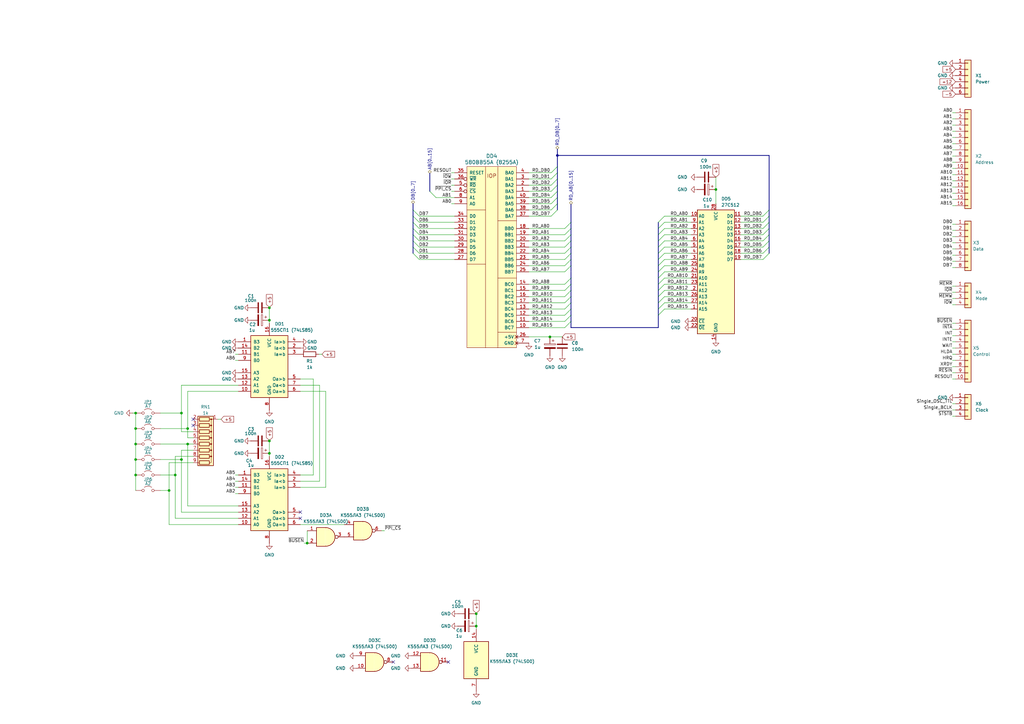
<source format=kicad_sch>
(kicad_sch (version 20231120) (generator "eeschema") (generator_version "8.0")
  (paper "A3")
  (title_block (title "Модуль ROM-диска") (date "2025-11-27") (company "R2AKT") (comment 1 "R2AKT.467359.001") (comment 2 "R2AKT"))
  (lib_symbols
    (symbol "74xx:74LS00" (pin_names (offset 1.016))
      (property "Reference" "U" (at 0 1.27 0))
      (property "Value" "74LS00" (at 0 -1.27 0))
      (symbol "74LS00_1_1"
        (pin input line (at -7.62 2.54 0) (length 3.81) (name "~") (number "1"))
        (pin input line (at -7.62 -2.54 0) (length 3.81) (name "~") (number "2"))
        (pin output inverted (at 7.62 0 180) (length 3.81) (name "~") (number "3"))
      )
      (symbol "74LS00_1_2"
        (pin input inverted (at -7.62 2.54 0) (length 4.318) (name "~") (number "1"))
        (pin input inverted (at -7.62 -2.54 0) (length 4.318) (name "~") (number "2"))
        (pin output line (at 7.62 0 180) (length 3.81) (name "~") (number "3"))
      )
      (symbol "74LS00_2_1"
        (pin input line (at -7.62 2.54 0) (length 3.81) (name "~") (number "4"))
        (pin input line (at -7.62 -2.54 0) (length 3.81) (name "~") (number "5"))
        (pin output inverted (at 7.62 0 180) (length 3.81) (name "~") (number "6"))
      )
      (symbol "74LS00_2_2"
        (pin input inverted (at -7.62 2.54 0) (length 4.318) (name "~") (number "4"))
        (pin input inverted (at -7.62 -2.54 0) (length 4.318) (name "~") (number "5"))
        (pin output line (at 7.62 0 180) (length 3.81) (name "~") (number "6"))
      )
      (symbol "74LS00_3_1"
        (pin input line (at -7.62 -2.54 0) (length 3.81) (name "~") (number "10"))
        (pin output inverted (at 7.62 0 180) (length 3.81) (name "~") (number "8"))
        (pin input line (at -7.62 2.54 0) (length 3.81) (name "~") (number "9"))
      )
      (symbol "74LS00_3_2"
        (pin input inverted (at -7.62 -2.54 0) (length 4.318) (name "~") (number "10"))
        (pin output line (at 7.62 0 180) (length 3.81) (name "~") (number "8"))
        (pin input inverted (at -7.62 2.54 0) (length 4.318) (name "~") (number "9"))
      )
      (symbol "74LS00_4_1"
        (pin output inverted (at 7.62 0 180) (length 3.81) (name "~") (number "11"))
        (pin input line (at -7.62 2.54 0) (length 3.81) (name "~") (number "12"))
        (pin input line (at -7.62 -2.54 0) (length 3.81) (name "~") (number "13"))
      )
      (symbol "74LS00_4_2"
        (pin output line (at 7.62 0 180) (length 3.81) (name "~") (number "11"))
        (pin input inverted (at -7.62 2.54 0) (length 4.318) (name "~") (number "12"))
        (pin input inverted (at -7.62 -2.54 0) (length 4.318) (name "~") (number "13"))
      )
      (symbol "74LS00_5_0"
        (pin power_in line (at 0 12.7 270) (length 5.08) (name "VCC") (number "14"))
        (pin power_in line (at 0 -12.7 90) (length 5.08) (name "GND") (number "7"))
      )
    )
    (symbol "74xx:74LS85" (pin_names (offset 1.016))
      (property "Reference" "U" (at -7.62 13.97 0))
      (property "Value" "74LS85" (at -7.62 -13.97 0))
      (symbol "74LS85_1_0"
        (pin input line (at -12.7 10.16 0) (length 5.08) (name "B3") (number "1"))
        (pin input line (at -12.7 -10.16 0) (length 5.08) (name "A0") (number "10"))
        (pin input line (at -12.7 5.08 0) (length 5.08) (name "B1") (number "11"))
        (pin input line (at -12.7 -7.62 0) (length 5.08) (name "A1") (number "12"))
        (pin input line (at -12.7 -5.08 0) (length 5.08) (name "A2") (number "13"))
        (pin input line (at -12.7 7.62 0) (length 5.08) (name "B2") (number "14"))
        (pin input line (at -12.7 -2.54 0) (length 5.08) (name "A3") (number "15"))
        (pin power_in line (at 0 17.78 270) (length 5.08) (name "VCC") (number "16"))
        (pin input line (at 12.7 7.62 180) (length 5.08) (name "Ia<b") (number "2"))
        (pin input line (at 12.7 5.08 180) (length 5.08) (name "Ia=b") (number "3"))
        (pin input line (at 12.7 10.16 180) (length 5.08) (name "Ia>b") (number "4"))
        (pin output line (at 12.7 -5.08 180) (length 5.08) (name "Oa>b") (number "5"))
        (pin output line (at 12.7 -10.16 180) (length 5.08) (name "Oa=b") (number "6"))
        (pin output line (at 12.7 -7.62 180) (length 5.08) (name "Oa<b") (number "7"))
        (pin power_in line (at 0 -17.78 90) (length 5.08) (name "GND") (number "8"))
        (pin input line (at -12.7 2.54 0) (length 5.08) (name "B0") (number "9"))
      )
    )
    (symbol "Connector_Generic:Conn_01x04" (pin_names (offset 1.016) hide)
      (property "Reference" "J" (at 0 5.08 0))
      (property "Value" "Conn_01x04" (at 0 -7.62 0))
      (symbol "Conn_01x04_1_1"
        (pin passive line (at -5.08 2.54 0) (length 3.81) (name "Pin_1") (number "1"))
        (pin passive line (at -5.08 0 0) (length 3.81) (name "Pin_2") (number "2"))
        (pin passive line (at -5.08 -2.54 0) (length 3.81) (name "Pin_3") (number "3"))
        (pin passive line (at -5.08 -5.08 0) (length 3.81) (name "Pin_4") (number "4"))
      )
    )
    (symbol "Connector_Generic:Conn_01x06" (pin_names (offset 1.016) hide)
      (property "Reference" "J" (at 0 7.62 0))
      (property "Value" "Conn_01x06" (at 0 -10.16 0))
      (symbol "Conn_01x06_1_1"
        (pin passive line (at -5.08 5.08 0) (length 3.81) (name "Pin_1") (number "1"))
        (pin passive line (at -5.08 2.54 0) (length 3.81) (name "Pin_2") (number "2"))
        (pin passive line (at -5.08 0 0) (length 3.81) (name "Pin_3") (number "3"))
        (pin passive line (at -5.08 -2.54 0) (length 3.81) (name "Pin_4") (number "4"))
        (pin passive line (at -5.08 -5.08 0) (length 3.81) (name "Pin_5") (number "5"))
        (pin passive line (at -5.08 -7.62 0) (length 3.81) (name "Pin_6") (number "6"))
      )
    )
    (symbol "Connector_Generic:Conn_01x08" (pin_names (offset 1.016) hide)
      (property "Reference" "J" (at 0 10.16 0))
      (property "Value" "Conn_01x08" (at 0 -12.7 0))
      (symbol "Conn_01x08_1_1"
        (pin passive line (at -5.08 7.62 0) (length 3.81) (name "Pin_1") (number "1"))
        (pin passive line (at -5.08 5.08 0) (length 3.81) (name "Pin_2") (number "2"))
        (pin passive line (at -5.08 2.54 0) (length 3.81) (name "Pin_3") (number "3"))
        (pin passive line (at -5.08 0 0) (length 3.81) (name "Pin_4") (number "4"))
        (pin passive line (at -5.08 -2.54 0) (length 3.81) (name "Pin_5") (number "5"))
        (pin passive line (at -5.08 -5.08 0) (length 3.81) (name "Pin_6") (number "6"))
        (pin passive line (at -5.08 -7.62 0) (length 3.81) (name "Pin_7") (number "7"))
        (pin passive line (at -5.08 -10.16 0) (length 3.81) (name "Pin_8") (number "8"))
      )
    )
    (symbol "Connector_Generic:Conn_01x10" (pin_names (offset 1.016) hide)
      (property "Reference" "J" (at 0 12.7 0))
      (property "Value" "Conn_01x10" (at 0 -15.24 0))
      (symbol "Conn_01x10_1_1"
        (pin passive line (at -5.08 10.16 0) (length 3.81) (name "Pin_1") (number "1"))
        (pin passive line (at -5.08 -12.7 0) (length 3.81) (name "Pin_10") (number "10"))
        (pin passive line (at -5.08 7.62 0) (length 3.81) (name "Pin_2") (number "2"))
        (pin passive line (at -5.08 5.08 0) (length 3.81) (name "Pin_3") (number "3"))
        (pin passive line (at -5.08 2.54 0) (length 3.81) (name "Pin_4") (number "4"))
        (pin passive line (at -5.08 0 0) (length 3.81) (name "Pin_5") (number "5"))
        (pin passive line (at -5.08 -2.54 0) (length 3.81) (name "Pin_6") (number "6"))
        (pin passive line (at -5.08 -5.08 0) (length 3.81) (name "Pin_7") (number "7"))
        (pin passive line (at -5.08 -7.62 0) (length 3.81) (name "Pin_8") (number "8"))
        (pin passive line (at -5.08 -10.16 0) (length 3.81) (name "Pin_9") (number "9"))
      )
    )
    (symbol "Connector_Generic:Conn_01x16" (pin_names (offset 1.016) hide)
      (property "Reference" "J" (at 0 20.32 0))
      (property "Value" "Conn_01x16" (at 0 -22.86 0))
      (symbol "Conn_01x16_1_1"
        (pin passive line (at -5.08 17.78 0) (length 3.81) (name "Pin_1") (number "1"))
        (pin passive line (at -5.08 -5.08 0) (length 3.81) (name "Pin_10") (number "10"))
        (pin passive line (at -5.08 -7.62 0) (length 3.81) (name "Pin_11") (number "11"))
        (pin passive line (at -5.08 -10.16 0) (length 3.81) (name "Pin_12") (number "12"))
        (pin passive line (at -5.08 -12.7 0) (length 3.81) (name "Pin_13") (number "13"))
        (pin passive line (at -5.08 -15.24 0) (length 3.81) (name "Pin_14") (number "14"))
        (pin passive line (at -5.08 -17.78 0) (length 3.81) (name "Pin_15") (number "15"))
        (pin passive line (at -5.08 -20.32 0) (length 3.81) (name "Pin_16") (number "16"))
        (pin passive line (at -5.08 15.24 0) (length 3.81) (name "Pin_2") (number "2"))
        (pin passive line (at -5.08 12.7 0) (length 3.81) (name "Pin_3") (number "3"))
        (pin passive line (at -5.08 10.16 0) (length 3.81) (name "Pin_4") (number "4"))
        (pin passive line (at -5.08 7.62 0) (length 3.81) (name "Pin_5") (number "5"))
        (pin passive line (at -5.08 5.08 0) (length 3.81) (name "Pin_6") (number "6"))
        (pin passive line (at -5.08 2.54 0) (length 3.81) (name "Pin_7") (number "7"))
        (pin passive line (at -5.08 0 0) (length 3.81) (name "Pin_8") (number "8"))
        (pin passive line (at -5.08 -2.54 0) (length 3.81) (name "Pin_9") (number "9"))
      )
    )
    (symbol "Device:C" (pin_numbers hide) (pin_names (offset 0.254))
      (property "Reference" "C" (at 0.635 2.54 0))
      (property "Value" "C" (at 0.635 -2.54 0))
      (symbol "C_1_1"
        (pin passive line (at 0 3.81 270) (length 2.794) (name "~") (number "1"))
        (pin passive line (at 0 -3.81 90) (length 2.794) (name "~") (number "2"))
      )
    )
    (symbol "Device:C_Polarized" (pin_numbers hide) (pin_names (offset 0.254))
      (property "Reference" "C" (at 0.635 2.54 0))
      (property "Value" "C_Polarized" (at 0.635 -2.54 0))
      (symbol "C_Polarized_1_1"
        (pin passive line (at 0 3.81 270) (length 2.794) (name "~") (number "1"))
        (pin passive line (at 0 -3.81 90) (length 2.794) (name "~") (number "2"))
      )
    )
    (symbol "Device:R" (pin_numbers hide) (pin_names (offset 0))
      (property "Reference" "R" (at 2.032 0 90))
      (property "Value" "R" (at 0 0 90))
      (symbol "R_1_1"
        (pin passive line (at 0 3.81 270) (length 1.27) (name "~") (number "1"))
        (pin passive line (at 0 -3.81 90) (length 1.27) (name "~") (number "2"))
      )
    )
    (symbol "Device:R_Network08" (pin_names (offset 0) hide)
      (property "Reference" "RN" (at -12.7 0 90))
      (property "Value" "R_Network08" (at 10.16 0 90))
      (symbol "R_Network08_1_1"
        (pin passive line (at -10.16 5.08 270) (length 2.54) (name "common") (number "1"))
        (pin passive line (at -10.16 -5.08 90) (length 1.27) (name "R1") (number "2"))
        (pin passive line (at -7.62 -5.08 90) (length 1.27) (name "R2") (number "3"))
        (pin passive line (at -5.08 -5.08 90) (length 1.27) (name "R3") (number "4"))
        (pin passive line (at -2.54 -5.08 90) (length 1.27) (name "R4") (number "5"))
        (pin passive line (at 0 -5.08 90) (length 1.27) (name "R5") (number "6"))
        (pin passive line (at 2.54 -5.08 90) (length 1.27) (name "R6") (number "7"))
        (pin passive line (at 5.08 -5.08 90) (length 1.27) (name "R7") (number "8"))
        (pin passive line (at 7.62 -5.08 90) (length 1.27) (name "R8") (number "9"))
      )
    )
    (symbol "Jumper:Jumper_2_Open" (pin_numbers hide) (pin_names (offset 0) hide) (exclude_from_sim yes)
      (property "Reference" "JP" (at 0 2.794 0))
      (property "Value" "Jumper_2_Open" (at 0 -2.286 0))
      (symbol "Jumper_2_Open_1_1"
        (pin passive line (at -5.08 0 0) (length 2.54) (name "A") (number "1"))
        (pin passive line (at 5.08 0 180) (length 2.54) (name "B") (number "2"))
      )
    )
    (symbol "Memory_EPROM:27C512"
      (property "Reference" "U" (at -7.62 26.67 0))
      (property "Value" "27C512" (at 2.54 -26.67 0))
      (symbol "27C512_1_1"
        (pin input line (at -10.16 -15.24 0) (length 2.54) (name "A15") (number "1"))
        (pin input line (at -10.16 22.86 0) (length 2.54) (name "A0") (number "10"))
        (pin tri_state line (at 10.16 22.86 180) (length 2.54) (name "D0") (number "11"))
        (pin tri_state line (at 10.16 20.32 180) (length 2.54) (name "D1") (number "12"))
        (pin tri_state line (at 10.16 17.78 180) (length 2.54) (name "D2") (number "13"))
        (pin power_in line (at 0 -27.94 90) (length 2.54) (name "GND") (number "14"))
        (pin tri_state line (at 10.16 15.24 180) (length 2.54) (name "D3") (number "15"))
        (pin tri_state line (at 10.16 12.7 180) (length 2.54) (name "D4") (number "16"))
        (pin tri_state line (at 10.16 10.16 180) (length 2.54) (name "D5") (number "17"))
        (pin tri_state line (at 10.16 7.62 180) (length 2.54) (name "D6") (number "18"))
        (pin tri_state line (at 10.16 5.08 180) (length 2.54) (name "D7") (number "19"))
        (pin input line (at -10.16 -7.62 0) (length 2.54) (name "A12") (number "2"))
        (pin input line (at -10.16 -20.32 0) (length 2.54) (name "~{CE}") (number "20"))
        (pin input line (at -10.16 -2.54 0) (length 2.54) (name "A10") (number "21"))
        (pin input line (at -10.16 -22.86 0) (length 2.54) (name "~{OE}") (number "22"))
        (pin input line (at -10.16 -5.08 0) (length 2.54) (name "A11") (number "23"))
        (pin input line (at -10.16 0 0) (length 2.54) (name "A9") (number "24"))
        (pin input line (at -10.16 2.54 0) (length 2.54) (name "A8") (number "25"))
        (pin input line (at -10.16 -10.16 0) (length 2.54) (name "A13") (number "26"))
        (pin input line (at -10.16 -12.7 0) (length 2.54) (name "A14") (number "27"))
        (pin power_in line (at 0 27.94 270) (length 2.54) (name "VCC") (number "28"))
        (pin input line (at -10.16 5.08 0) (length 2.54) (name "A7") (number "3"))
        (pin input line (at -10.16 7.62 0) (length 2.54) (name "A6") (number "4"))
        (pin input line (at -10.16 10.16 0) (length 2.54) (name "A5") (number "5"))
        (pin input line (at -10.16 12.7 0) (length 2.54) (name "A4") (number "6"))
        (pin input line (at -10.16 15.24 0) (length 2.54) (name "A3") (number "7"))
        (pin input line (at -10.16 17.78 0) (length 2.54) (name "A2") (number "8"))
        (pin input line (at -10.16 20.32 0) (length 2.54) (name "A1") (number "9"))
      )
    )
    (symbol "power:GND" (power) (pin_numbers hide) (pin_names (offset 0) hide)
      (property "Value" "GND" (at 0 -3.81 0))
      (symbol "GND_1_1"
        (pin power_in line (at 0 0 270) (length 0) (name "~") (number "1"))
      )
    )
    (symbol "К580-К1810-К1821:580ВВ55A" (pin_names (offset 1.016))
      (property "Reference" "DD" (at 0 37.846 0))
      (property "Value" "580ВВ55A (8255A)" (at 0 0 90))
      (symbol "580ВВ55A_0_0"
        (text "IOP" (at 0 31.75 0) (effects (font (size 1.524 1.524))))
      )
      (symbol "580ВВ55A_0_1"
        (pin bidirectional line (at 15.24 25.4 180) (length 5.08) (name "BA3") (number "1"))
        (pin bidirectional line (at 15.24 -30.48 180) (length 5.08) (name "BC7") (number "10"))
        (pin bidirectional line (at 15.24 -27.94 180) (length 5.08) (name "BC6") (number "11"))
        (pin bidirectional line (at 15.24 -25.4 180) (length 5.08) (name "BC5") (number "12"))
        (pin bidirectional line (at 15.24 -22.86 180) (length 5.08) (name "BC4") (number "13"))
        (pin bidirectional line (at 15.24 -12.7 180) (length 5.08) (name "BC0") (number "14"))
        (pin bidirectional line (at 15.24 -15.24 180) (length 5.08) (name "BC1") (number "15"))
        (pin bidirectional line (at 15.24 -17.78 180) (length 5.08) (name "BC2") (number "16"))
        (pin bidirectional line (at 15.24 -20.32 180) (length 5.08) (name "BC3") (number "17"))
        (pin bidirectional line (at 15.24 10.16 180) (length 5.08) (name "BB0") (number "18"))
        (pin bidirectional line (at 15.24 7.62 180) (length 5.08) (name "BB1") (number "19"))
        (pin bidirectional line (at 15.24 27.94 180) (length 5.08) (name "BA2") (number "2"))
        (pin bidirectional line (at 15.24 5.08 180) (length 5.08) (name "BB2") (number "20"))
        (pin bidirectional line (at 15.24 2.54 180) (length 5.08) (name "BB3") (number "21"))
        (pin bidirectional line (at 15.24 0 180) (length 5.08) (name "BB4") (number "22"))
        (pin bidirectional line (at 15.24 -2.54 180) (length 5.08) (name "BB5") (number "23"))
        (pin bidirectional line (at 15.24 -5.08 180) (length 5.08) (name "BB6") (number "24"))
        (pin bidirectional line (at 15.24 -7.62 180) (length 5.08) (name "BB7") (number "25"))
        (pin bidirectional line (at -15.24 -2.54 0) (length 5.08) (name "D7") (number "27"))
        (pin bidirectional line (at -15.24 0 0) (length 5.08) (name "D6") (number "28"))
        (pin bidirectional line (at -15.24 2.54 0) (length 5.08) (name "D5") (number "29"))
        (pin bidirectional line (at 15.24 30.48 180) (length 5.08) (name "BA1") (number "3"))
        (pin bidirectional line (at -15.24 5.08 0) (length 5.08) (name "D4") (number "30"))
        (pin bidirectional line (at -15.24 7.62 0) (length 5.08) (name "D3") (number "31"))
        (pin bidirectional line (at -15.24 10.16 0) (length 5.08) (name "D2") (number "32"))
        (pin bidirectional line (at -15.24 12.7 0) (length 5.08) (name "D1") (number "33"))
        (pin bidirectional line (at -15.24 15.24 0) (length 5.08) (name "D0") (number "34"))
        (pin input inverted (at -15.24 30.48 0) (length 5.08) (name "~{WR}") (number "36"))
        (pin bidirectional line (at 15.24 15.24 180) (length 5.08) (name "BA7") (number "37"))
        (pin bidirectional line (at 15.24 17.78 180) (length 5.08) (name "BA6") (number "38"))
        (pin bidirectional line (at 15.24 20.32 180) (length 5.08) (name "BA5") (number "39"))
        (pin bidirectional line (at 15.24 33.02 180) (length 5.08) (name "BA0") (number "4"))
        (pin bidirectional line (at 15.24 22.86 180) (length 5.08) (name "BA4") (number "40"))
        (pin input inverted (at -15.24 27.94 0) (length 5.08) (name "~{RD}") (number "5"))
        (pin input inverted (at -15.24 25.4 0) (length 5.08) (name "~{CS}") (number "6"))
      )
      (symbol "580ВВ55A_1_1"
        (pin power_in non_logic (at 15.24 -34.29 180) (length 5.08) (name "+5V") (number "26"))
        (pin input line (at -15.24 33.02 0) (length 5.08) (name "RESET") (number "35"))
        (pin power_in non_logic (at 15.24 -36.83 180) (length 5.08) (name "GND") (number "7"))
        (pin input line (at -15.24 22.86 0) (length 5.08) (name "A1") (number "8"))
        (pin input line (at -15.24 20.32 0) (length 5.08) (name "A0") (number "9"))
      )
    )
  )
  (junction (at 55.626 188.468))
  (junction (at 71.882 194.818))
  (junction (at 55.626 169.418))
  (junction (at 55.626 194.818))
  (junction (at 195.326 256.794))
  (junction (at 110.49 126.238))
  (junction (at 110.49 180.848))
  (junction (at 76.962 182.118))
  (junction (at 293.624 77.724))
  (junction (at 110.49 131.318))
  (junction (at 55.626 175.768))
  (junction (at 228.6 63.754))
  (junction (at 225.552 138.176))
  (junction (at 69.342 201.168))
  (junction (at 74.422 188.468))
  (junction (at 55.626 182.118))
  (junction (at 110.49 185.928))
  (junction (at 74.422 169.418))
  (junction (at 125.984 222.758))
  (junction (at 76.962 175.768))
  (junction (at 195.326 251.714))
  (no_connect (at 79.248 171.958))
  (no_connect (at 123.19 210.058))
  (no_connect (at 123.19 212.598))
  (no_connect (at 183.896 271.526))
  (no_connect (at 161.29 271.526))
  (no_connect (at 79.248 174.498))
  (bus_entry (at 270.002 106.426) (size 2.54 -2.54))
  (bus_entry (at 270.002 101.346) (size 2.54 -2.54))
  (bus_entry (at 315.468 91.186) (size -2.54 2.54))
  (bus_entry (at 234.188 121.666) (size -2.54 2.54))
  (bus_entry (at 169.418 101.346) (size 2.54 2.54))
  (bus_entry (at 234.188 114.046) (size -2.54 2.54))
  (bus_entry (at 270.002 129.286) (size 2.54 -2.54))
  (bus_entry (at 270.002 119.126) (size 2.54 -2.54))
  (bus_entry (at 315.468 101.346) (size -2.54 2.54))
  (bus_entry (at 169.418 98.806) (size 2.54 2.54))
  (bus_entry (at 228.6 70.866) (size -2.54 2.54))
  (bus_entry (at 234.188 96.266) (size -2.54 2.54))
  (bus_entry (at 234.188 98.806) (size -2.54 2.54))
  (bus_entry (at 315.468 96.266) (size -2.54 2.54))
  (bus_entry (at 315.468 98.806) (size -2.54 2.54))
  (bus_entry (at 234.188 101.346) (size -2.54 2.54))
  (bus_entry (at 270.002 111.506) (size 2.54 -2.54))
  (bus_entry (at 234.188 124.206) (size -2.54 2.54))
  (bus_entry (at 234.188 106.426) (size -2.54 2.54))
  (bus_entry (at 234.188 91.186) (size -2.54 2.54))
  (bus_entry (at 270.002 108.966) (size 2.54 -2.54))
  (bus_entry (at 228.6 83.566) (size -2.54 2.54))
  (bus_entry (at 270.002 91.186) (size 2.54 -2.54))
  (bus_entry (at 169.418 86.106) (size 2.54 2.54))
  (bus_entry (at 234.188 93.726) (size -2.54 2.54))
  (bus_entry (at 315.468 93.726) (size -2.54 2.54))
  (bus_entry (at 234.188 126.746) (size -2.54 2.54))
  (bus_entry (at 228.6 68.326) (size -2.54 2.54))
  (bus_entry (at 234.188 116.586) (size -2.54 2.54))
  (bus_entry (at 234.188 131.826) (size -2.54 2.54))
  (bus_entry (at 270.002 116.586) (size 2.54 -2.54))
  (bus_entry (at 315.468 86.106) (size -2.54 2.54))
  (bus_entry (at 234.188 103.886) (size -2.54 2.54))
  (bus_entry (at 176.276 78.486) (size 2.54 2.54))
  (bus_entry (at 228.6 86.106) (size -2.54 2.54))
  (bus_entry (at 270.002 126.746) (size 2.54 -2.54))
  (bus_entry (at 270.002 93.726) (size 2.54 -2.54))
  (bus_entry (at 270.002 103.886) (size 2.54 -2.54))
  (bus_entry (at 234.188 129.286) (size -2.54 2.54))
  (bus_entry (at 169.418 91.186) (size 2.54 2.54))
  (bus_entry (at 270.002 121.666) (size 2.54 -2.54))
  (bus_entry (at 228.6 81.026) (size -2.54 2.54))
  (bus_entry (at 270.002 114.046) (size 2.54 -2.54))
  (bus_entry (at 270.002 124.206) (size 2.54 -2.54))
  (bus_entry (at 228.6 75.946) (size -2.54 2.54))
  (bus_entry (at 315.468 103.886) (size -2.54 2.54))
  (bus_entry (at 315.468 88.646) (size -2.54 2.54))
  (bus_entry (at 228.6 73.406) (size -2.54 2.54))
  (bus_entry (at 169.418 96.266) (size 2.54 2.54))
  (bus_entry (at 169.418 88.646) (size 2.54 2.54))
  (bus_entry (at 270.002 98.806) (size 2.54 -2.54))
  (bus_entry (at 234.188 108.966) (size -2.54 2.54))
  (bus_entry (at 270.002 96.266) (size 2.54 -2.54))
  (bus_entry (at 234.188 119.126) (size -2.54 2.54))
  (bus_entry (at 169.418 103.886) (size 2.54 2.54))
  (bus_entry (at 169.418 93.726) (size 2.54 2.54))
  (bus_entry (at 228.6 78.486) (size -2.54 2.54))
  (wire (pts (xy 96.52 202.438) (xy 97.79 202.438)))
  (wire (pts (xy 283.464 103.886) (xy 272.542 103.886)))
  (bus (pts (xy 234.188 119.126) (xy 234.188 121.666)))
  (bus (pts (xy 234.188 131.826) (xy 234.188 129.286)))
  (wire (pts (xy 391.922 122.428) (xy 390.652 122.428)))
  (wire (pts (xy 283.464 119.126) (xy 272.542 119.126)))
  (bus (pts (xy 234.188 126.746) (xy 234.188 124.206)))
  (wire (pts (xy 216.916 83.566) (xy 226.06 83.566)))
  (bus (pts (xy 270.002 103.886) (xy 270.002 106.426)))
  (wire (pts (xy 391.922 51.308) (xy 390.652 51.308)))
  (wire (pts (xy 390.652 165.608) (xy 391.922 165.608)))
  (wire (pts (xy 391.922 84.328) (xy 390.652 84.328)))
  (bus (pts (xy 228.6 78.486) (xy 228.6 81.026)))
  (bus (pts (xy 228.6 68.326) (xy 228.6 70.866)))
  (wire (pts (xy 391.922 99.568) (xy 390.652 99.568)))
  (bus (pts (xy 169.418 88.646) (xy 169.418 91.186)))
  (wire (pts (xy 216.916 131.826) (xy 231.648 131.826)))
  (wire (pts (xy 55.626 182.118) (xy 55.626 188.468)))
  (wire (pts (xy 171.958 91.186) (xy 186.436 91.186)))
  (wire (pts (xy 74.422 177.038) (xy 79.248 177.038)))
  (bus (pts (xy 169.418 93.726) (xy 169.418 96.266)))
  (wire (pts (xy 131.064 157.988) (xy 131.064 197.358)))
  (wire (pts (xy 76.962 179.578) (xy 79.248 179.578)))
  (wire (pts (xy 74.422 210.058) (xy 97.79 210.058)))
  (wire (pts (xy 55.626 169.418) (xy 55.626 175.768)))
  (bus (pts (xy 270.002 134.366) (xy 234.188 134.366)))
  (wire (pts (xy 216.916 96.266) (xy 231.648 96.266)))
  (wire (pts (xy 391.922 152.908) (xy 390.652 152.908)))
  (wire (pts (xy 65.786 169.418) (xy 74.422 169.418)))
  (wire (pts (xy 110.49 185.928) (xy 110.49 180.848)))
  (bus (pts (xy 315.468 86.106) (xy 315.468 88.646)))
  (bus (pts (xy 228.6 61.214) (xy 228.6 63.754)))
  (wire (pts (xy 391.922 135.128) (xy 390.652 135.128)))
  (wire (pts (xy 216.916 70.866) (xy 226.06 70.866)))
  (wire (pts (xy 74.422 157.988) (xy 74.422 169.418)))
  (wire (pts (xy 303.784 103.886) (xy 312.928 103.886)))
  (wire (pts (xy 132.08 145.288) (xy 130.81 145.288)))
  (wire (pts (xy 76.962 207.518) (xy 97.79 207.518)))
  (bus (pts (xy 234.188 131.826) (xy 234.188 134.366)))
  (wire (pts (xy 303.784 106.426) (xy 312.928 106.426)))
  (bus (pts (xy 315.468 101.346) (xy 315.468 103.886)))
  (wire (pts (xy 303.784 93.726) (xy 312.928 93.726)))
  (wire (pts (xy 74.422 184.658) (xy 79.248 184.658)))
  (wire (pts (xy 216.916 108.966) (xy 231.648 108.966)))
  (wire (pts (xy 293.624 77.724) (xy 293.624 83.566)))
  (wire (pts (xy 216.916 73.406) (xy 226.06 73.406)))
  (wire (pts (xy 65.786 201.168) (xy 69.342 201.168)))
  (wire (pts (xy 293.624 77.724) (xy 293.624 72.644)))
  (bus (pts (xy 169.418 86.106) (xy 169.418 88.646)))
  (wire (pts (xy 128.524 194.818) (xy 123.19 194.818)))
  (wire (pts (xy 74.422 169.418) (xy 74.422 177.038)))
  (bus (pts (xy 315.468 98.806) (xy 315.468 101.346)))
  (wire (pts (xy 185.166 78.486) (xy 186.436 78.486)))
  (wire (pts (xy 131.064 197.358) (xy 123.19 197.358)))
  (wire (pts (xy 391.922 119.888) (xy 390.652 119.888)))
  (wire (pts (xy 65.786 175.768) (xy 76.962 175.768)))
  (wire (pts (xy 216.916 124.206) (xy 231.648 124.206)))
  (wire (pts (xy 123.19 155.448) (xy 128.524 155.448)))
  (wire (pts (xy 216.916 81.026) (xy 226.06 81.026)))
  (wire (pts (xy 69.342 189.738) (xy 79.248 189.738)))
  (bus (pts (xy 270.002 111.506) (xy 270.002 114.046)))
  (wire (pts (xy 303.784 101.346) (xy 312.928 101.346)))
  (bus (pts (xy 228.6 63.754) (xy 315.468 63.754)))
  (wire (pts (xy 76.962 160.528) (xy 97.79 160.528)))
  (wire (pts (xy 283.464 114.046) (xy 272.542 114.046)))
  (wire (pts (xy 216.916 86.106) (xy 226.06 86.106)))
  (wire (pts (xy 65.786 182.118) (xy 76.962 182.118)))
  (bus (pts (xy 169.418 91.186) (xy 169.418 93.726)))
  (wire (pts (xy 71.882 187.198) (xy 71.882 194.818)))
  (bus (pts (xy 228.6 73.406) (xy 228.6 75.946)))
  (bus (pts (xy 234.188 98.806) (xy 234.188 96.266)))
  (wire (pts (xy 125.984 222.758) (xy 124.714 222.758)))
  (wire (pts (xy 391.922 107.188) (xy 390.652 107.188)))
  (wire (pts (xy 76.962 182.118) (xy 79.248 182.118)))
  (wire (pts (xy 391.922 69.088) (xy 390.652 69.088)))
  (bus (pts (xy 270.002 98.806) (xy 270.002 101.346)))
  (bus (pts (xy 270.002 124.206) (xy 270.002 126.746)))
  (wire (pts (xy 65.786 194.818) (xy 71.882 194.818)))
  (wire (pts (xy 391.922 124.968) (xy 390.652 124.968)))
  (bus (pts (xy 270.002 126.746) (xy 270.002 129.286)))
  (wire (pts (xy 391.922 104.648) (xy 390.652 104.648)))
  (wire (pts (xy 283.464 126.746) (xy 272.542 126.746)))
  (bus (pts (xy 270.002 129.286) (xy 270.002 134.366)))
  (wire (pts (xy 303.784 91.186) (xy 312.928 91.186)))
  (wire (pts (xy 71.882 187.198) (xy 79.248 187.198)))
  (bus (pts (xy 270.002 96.266) (xy 270.002 98.806)))
  (wire (pts (xy 128.524 155.448) (xy 128.524 194.818)))
  (wire (pts (xy 390.652 147.828) (xy 391.922 147.828)))
  (wire (pts (xy 110.49 125.984) (xy 110.49 126.238)))
  (wire (pts (xy 74.422 184.658) (xy 74.422 188.468)))
  (wire (pts (xy 96.52 147.828) (xy 97.79 147.828)))
  (wire (pts (xy 76.962 182.118) (xy 76.962 207.518)))
  (bus (pts (xy 234.188 111.252) (xy 234.188 108.966)))
  (bus (pts (xy 234.188 101.346) (xy 234.188 98.806)))
  (wire (pts (xy 216.916 129.286) (xy 231.648 129.286)))
  (wire (pts (xy 110.49 131.318) (xy 110.49 132.588)))
  (wire (pts (xy 54.356 169.418) (xy 55.626 169.418)))
  (wire (pts (xy 283.464 98.806) (xy 272.542 98.806)))
  (bus (pts (xy 270.002 114.046) (xy 270.002 116.586)))
  (bus (pts (xy 315.468 88.646) (xy 315.468 91.186)))
  (wire (pts (xy 391.922 64.008) (xy 390.652 64.008)))
  (wire (pts (xy 195.326 256.794) (xy 195.326 251.714)))
  (wire (pts (xy 171.958 103.886) (xy 186.436 103.886)))
  (bus (pts (xy 234.188 116.586) (xy 234.188 114.046)))
  (wire (pts (xy 185.166 75.946) (xy 186.436 75.946)))
  (wire (pts (xy 195.326 251.46) (xy 195.326 251.714)))
  (wire (pts (xy 391.922 109.728) (xy 390.652 109.728)))
  (wire (pts (xy 391.922 102.108) (xy 390.652 102.108)))
  (wire (pts (xy 171.958 98.806) (xy 186.436 98.806)))
  (bus (pts (xy 270.002 106.426) (xy 270.002 108.966)))
  (wire (pts (xy 110.49 180.594) (xy 110.49 180.848)))
  (wire (pts (xy 216.916 119.126) (xy 231.648 119.126)))
  (wire (pts (xy 391.922 91.948) (xy 390.652 91.948)))
  (wire (pts (xy 96.52 145.288) (xy 97.79 145.288)))
  (wire (pts (xy 110.49 185.928) (xy 110.49 187.198)))
  (wire (pts (xy 283.464 124.206) (xy 272.542 124.206)))
  (wire (pts (xy 390.652 142.748) (xy 391.922 142.748)))
  (wire (pts (xy 76.962 175.768) (xy 76.962 160.528)))
  (wire (pts (xy 195.326 256.794) (xy 195.326 258.064)))
  (wire (pts (xy 391.922 81.788) (xy 390.652 81.788)))
  (wire (pts (xy 283.464 111.506) (xy 272.542 111.506)))
  (wire (pts (xy 216.916 78.486) (xy 226.06 78.486)))
  (wire (pts (xy 97.79 157.988) (xy 74.422 157.988)))
  (bus (pts (xy 228.6 63.754) (xy 228.6 68.326)))
  (wire (pts (xy 390.652 150.368) (xy 391.922 150.368)))
  (wire (pts (xy 283.464 93.726) (xy 272.542 93.726)))
  (wire (pts (xy 303.784 88.646) (xy 312.928 88.646)))
  (bus (pts (xy 228.6 83.566) (xy 228.6 86.106)))
  (wire (pts (xy 216.916 75.946) (xy 226.06 75.946)))
  (wire (pts (xy 391.922 53.848) (xy 390.652 53.848)))
  (wire (pts (xy 74.422 188.468) (xy 74.422 210.058)))
  (wire (pts (xy 391.922 97.028) (xy 390.652 97.028)))
  (wire (pts (xy 216.916 103.886) (xy 231.648 103.886)))
  (wire (pts (xy 110.49 131.318) (xy 110.49 126.238)))
  (wire (pts (xy 71.882 194.818) (xy 71.882 212.598)))
  (wire (pts (xy 185.166 70.866) (xy 186.436 70.866)))
  (bus (pts (xy 270.002 103.886) (xy 270.002 101.346)))
  (wire (pts (xy 125.984 217.678) (xy 125.984 222.758)))
  (bus (pts (xy 315.468 93.726) (xy 315.468 96.266)))
  (wire (pts (xy 283.464 116.586) (xy 272.542 116.586)))
  (wire (pts (xy 303.784 98.806) (xy 312.928 98.806)))
  (wire (pts (xy 65.786 188.468) (xy 74.422 188.468)))
  (wire (pts (xy 185.166 83.566) (xy 186.436 83.566)))
  (bus (pts (xy 234.188 103.886) (xy 234.188 101.346)))
  (bus (pts (xy 234.188 93.726) (xy 234.188 91.186)))
  (wire (pts (xy 225.552 138.176) (xy 230.632 138.176)))
  (bus (pts (xy 270.002 91.186) (xy 270.002 93.726)))
  (bus (pts (xy 315.468 63.754) (xy 315.468 86.106)))
  (wire (pts (xy 391.922 48.768) (xy 390.652 48.768)))
  (wire (pts (xy 391.922 79.248) (xy 390.652 79.248)))
  (wire (pts (xy 216.916 126.746) (xy 231.648 126.746)))
  (bus (pts (xy 234.188 129.286) (xy 234.188 126.746)))
  (bus (pts (xy 270.002 93.726) (xy 270.002 96.266)))
  (wire (pts (xy 391.922 76.708) (xy 390.652 76.708)))
  (bus (pts (xy 270.002 116.586) (xy 270.002 119.126)))
  (wire (pts (xy 216.916 111.506) (xy 231.648 111.506)))
  (wire (pts (xy 76.962 179.578) (xy 76.962 175.768)))
  (wire (pts (xy 391.922 74.168) (xy 390.652 74.168)))
  (wire (pts (xy 89.408 171.958) (xy 90.678 171.958)))
  (wire (pts (xy 391.922 140.208) (xy 390.652 140.208)))
  (wire (pts (xy 141.224 215.138) (xy 123.19 215.138)))
  (wire (pts (xy 96.52 199.898) (xy 97.79 199.898)))
  (wire (pts (xy 69.342 201.168) (xy 69.342 215.138)))
  (wire (pts (xy 216.916 116.586) (xy 231.648 116.586)))
  (wire (pts (xy 225.552 138.176) (xy 216.916 138.176)))
  (bus (pts (xy 234.188 111.506) (xy 234.188 114.046)))
  (wire (pts (xy 157.734 217.678) (xy 156.464 217.678)))
  (wire (pts (xy 390.652 132.588) (xy 391.922 132.588)))
  (bus (pts (xy 234.188 96.266) (xy 234.188 93.726)))
  (wire (pts (xy 391.922 71.628) (xy 390.652 71.628)))
  (wire (pts (xy 171.958 93.726) (xy 186.436 93.726)))
  (wire (pts (xy 216.916 98.806) (xy 231.648 98.806)))
  (wire (pts (xy 69.342 189.738) (xy 69.342 201.168)))
  (bus (pts (xy 169.418 96.266) (xy 169.418 98.806)))
  (wire (pts (xy 283.464 96.266) (xy 272.542 96.266)))
  (bus (pts (xy 270.002 121.666) (xy 270.002 124.206)))
  (wire (pts (xy 216.916 106.426) (xy 231.648 106.426)))
  (wire (pts (xy 391.922 66.548) (xy 390.652 66.548)))
  (wire (pts (xy 133.604 199.898) (xy 123.19 199.898)))
  (wire (pts (xy 69.342 215.138) (xy 97.79 215.138)))
  (bus (pts (xy 234.188 124.206) (xy 234.188 121.666)))
  (wire (pts (xy 391.922 168.148) (xy 390.652 168.148)))
  (wire (pts (xy 391.922 117.348) (xy 390.652 117.348)))
  (wire (pts (xy 391.922 56.388) (xy 390.652 56.388)))
  (wire (pts (xy 96.52 197.358) (xy 97.79 197.358)))
  (wire (pts (xy 178.816 81.026) (xy 186.436 81.026)))
  (bus (pts (xy 169.418 83.566) (xy 169.418 86.106)))
  (bus (pts (xy 315.468 96.266) (xy 315.468 98.806)))
  (wire (pts (xy 283.464 121.666) (xy 272.542 121.666)))
  (wire (pts (xy 171.958 88.646) (xy 186.436 88.646)))
  (wire (pts (xy 55.626 194.818) (xy 55.626 201.168)))
  (wire (pts (xy 171.958 106.426) (xy 186.436 106.426)))
  (wire (pts (xy 283.464 101.346) (xy 272.542 101.346)))
  (wire (pts (xy 171.958 101.346) (xy 186.436 101.346)))
  (wire (pts (xy 123.19 157.988) (xy 131.064 157.988)))
  (bus (pts (xy 169.418 101.346) (xy 169.418 103.886)))
  (wire (pts (xy 391.922 155.448) (xy 390.652 155.448)))
  (wire (pts (xy 391.922 58.928) (xy 390.652 58.928)))
  (bus (pts (xy 228.6 81.026) (xy 228.6 83.566)))
  (wire (pts (xy 283.464 91.186) (xy 272.542 91.186)))
  (wire (pts (xy 216.916 101.346) (xy 231.648 101.346)))
  (wire (pts (xy 123.19 160.528) (xy 133.604 160.528)))
  (wire (pts (xy 185.166 73.406) (xy 186.436 73.406)))
  (wire (pts (xy 303.784 96.266) (xy 312.928 96.266)))
  (bus (pts (xy 228.6 70.866) (xy 228.6 73.406)))
  (bus (pts (xy 234.188 106.426) (xy 234.188 103.886)))
  (wire (pts (xy 283.464 106.426) (xy 272.542 106.426)))
  (wire (pts (xy 390.652 145.288) (xy 391.922 145.288)))
  (wire (pts (xy 391.922 46.228) (xy 390.652 46.228)))
  (wire (pts (xy 216.916 93.726) (xy 231.648 93.726)))
  (wire (pts (xy 171.958 96.266) (xy 186.436 96.266)))
  (bus (pts (xy 169.418 98.806) (xy 169.418 101.346)))
  (wire (pts (xy 216.916 121.666) (xy 231.648 121.666)))
  (wire (pts (xy 391.922 61.468) (xy 390.652 61.468)))
  (bus (pts (xy 176.276 71.12) (xy 176.276 78.486)))
  (wire (pts (xy 391.922 170.688) (xy 390.652 170.688)))
  (wire (pts (xy 71.882 212.598) (xy 97.79 212.598)))
  (wire (pts (xy 283.464 88.646) (xy 272.542 88.646)))
  (wire (pts (xy 283.464 108.966) (xy 272.542 108.966)))
  (bus (pts (xy 234.188 119.126) (xy 234.188 116.586)))
  (bus (pts (xy 234.188 83.82) (xy 234.188 91.186)))
  (bus (pts (xy 270.002 119.126) (xy 270.002 121.666)))
  (wire (pts (xy 391.922 137.668) (xy 390.652 137.668)))
  (wire (pts (xy 96.52 194.818) (xy 97.79 194.818)))
  (wire (pts (xy 391.922 94.488) (xy 390.652 94.488)))
  (wire (pts (xy 216.916 88.646) (xy 226.06 88.646)))
  (bus (pts (xy 234.188 108.966) (xy 234.188 106.426)))
  (bus (pts (xy 228.6 75.946) (xy 228.6 78.486)))
  (wire (pts (xy 55.626 175.768) (xy 55.626 182.118)))
  (bus (pts (xy 270.002 111.506) (xy 270.002 108.966)))
  (bus (pts (xy 315.468 91.186) (xy 315.468 93.726)))
  (wire (pts (xy 55.626 188.468) (xy 55.626 194.818)))
  (wire (pts (xy 216.916 134.366) (xy 231.648 134.366)))
  (wire (pts (xy 133.604 160.528) (xy 133.604 199.898)))
  (label "RD_AB9" (at 282.194 111.506 180))
  (label "DB6" (at 175.768 91.186 180))
  (label "DB5" (at 390.652 104.648 180))
  (label "DB0" (at 390.652 91.948 180))
  (label "RD_AB8" (at 282.194 108.966 180))
  (label "RD_AB11" (at 218.186 124.206 0))
  (label "RESOUT" (at 185.166 70.866 180))
  (label "AB2" (at 390.652 51.308 180))
  (label "~{MEMR}" (at 390.652 117.348 180))
  (label "DB5" (at 175.768 93.726 180))
  (label "~{BUSEN}" (at 390.652 132.588 180))
  (label "AB2" (at 96.52 202.438 180))
  (label "RESOUT" (at 390.652 155.448 180))
  (label "DB0" (at 175.768 106.426 180))
  (label "~{STSTB}" (at 390.652 170.688 180))
  (label "RD_AB15" (at 218.186 134.366 0))
  (label "XRDY" (at 390.652 150.368 180))
  (label "~{BUSEN}" (at 124.714 222.758 180))
  (label "HRQ" (at 390.652 147.828 180))
  (label "AB6" (at 96.52 147.828 180))
  (label "AB0" (at 185.166 83.566 180))
  (label "RD_DB2" (at 218.186 75.946 0))
  (label "RD_AB13" (at 282.194 121.666 180))
  (label "RD_DB0" (at 305.054 88.646 0))
  (label "AB5" (at 390.652 58.928 180))
  (label "RD_AB8" (at 218.186 116.586 0))
  (label "AB7" (at 390.652 64.008 180))
  (label "RD_AB1" (at 282.194 91.186 180))
  (label "~{PPI_CS}" (at 157.734 217.678 0))
  (label "RD_DB5" (at 305.054 101.346 0))
  (label "~{INTA}" (at 390.652 135.128 180))
  (label "DB6" (at 390.652 107.188 180))
  (label "~{IOW}" (at 185.166 73.406 180))
  (label "RD_AB4" (at 282.194 98.806 180))
  (label "RD_AB11" (at 282.194 116.586 180))
  (label "RD_DB2" (at 305.054 93.726 0))
  (label "AB14" (at 390.652 81.788 180))
  (label "AB1" (at 390.652 48.768 180))
  (label "RD_AB13" (at 218.186 129.286 0))
  (label "Single_OSC_TTL" (at 390.652 165.608 180))
  (label "~{RESIN}" (at 390.652 152.908 180))
  (label "RD_AB7" (at 218.186 111.506 0))
  (label "RD_AB15" (at 282.194 126.746 180))
  (label "AB4" (at 96.52 197.358 180))
  (label "DB4" (at 390.652 102.108 180))
  (label "RD_AB10" (at 218.186 121.666 0))
  (label "AB8" (at 390.652 66.548 180))
  (label "RD_DB7" (at 218.186 88.646 0))
  (label "INT" (at 390.652 137.668 180))
  (label "DB3" (at 390.652 99.568 180))
  (label "AB1" (at 185.166 81.026 180))
  (label "DB1" (at 390.652 94.488 180))
  (label "RD_DB6" (at 305.054 103.886 0))
  (label "RD_DB6" (at 218.186 86.106 0))
  (label "RD_AB9" (at 218.186 119.126 0))
  (label "RD_DB0" (at 218.186 70.866 0))
  (label "RD_AB3" (at 218.186 101.346 0))
  (label "AB15" (at 390.652 84.328 180))
  (label "RD_AB12" (at 282.194 119.126 180))
  (label "Single_BCLK" (at 390.652 168.148 180))
  (label "RD_AB2" (at 218.186 98.806 0))
  (label "RD_DB4" (at 218.186 81.026 0))
  (label "RD_AB6" (at 282.194 103.886 180))
  (label "HLDA" (at 390.652 145.288 180))
  (label "RD_DB5" (at 218.186 83.566 0))
  (label "WAIT" (at 390.652 142.748 180))
  (label "~{IOR}" (at 390.652 119.888 180))
  (label "AB9" (at 390.652 69.088 180))
  (label "RD_DB3" (at 218.186 78.486 0))
  (label "RD_AB1" (at 218.186 96.266 0))
  (label "RD_DB4" (at 305.054 98.806 0))
  (label "DB2" (at 175.768 101.346 180))
  (label "DB7" (at 390.652 109.728 180))
  (label "DB4" (at 175.768 96.266 180))
  (label "~{MEMW}" (at 390.652 122.428 180))
  (label "AB11" (at 390.652 74.168 180))
  (label "RD_AB5" (at 218.186 106.426 0))
  (label "AB10" (at 390.652 71.628 180))
  (label "RD_AB3" (at 282.194 96.266 180))
  (label "AB3" (at 390.652 53.848 180))
  (label "AB12" (at 390.652 76.708 180))
  (label "DB7" (at 175.768 88.646 180))
  (label "RD_AB4" (at 218.186 103.886 0))
  (label "RD_AB0" (at 282.194 88.646 180))
  (label "RD_AB5" (at 282.194 101.346 180))
  (label "AB5" (at 96.52 194.818 180))
  (label "RD_AB6" (at 218.186 108.966 0))
  (label "~{IOW}" (at 390.652 124.968 180))
  (label "RD_AB0" (at 218.186 93.726 0))
  (label "RD_AB14" (at 218.186 131.826 0))
  (label "RD_AB10" (at 282.194 114.046 180))
  (label "INTE" (at 390.652 140.208 180))
  (label "RD_AB2" (at 282.194 93.726 180))
  (label "AB7" (at 96.52 145.288 180))
  (label "AB13" (at 390.652 79.248 180))
  (label "RD_AB7" (at 282.194 106.426 180))
  (label "DB2" (at 390.652 97.028 180))
  (label "AB3" (at 96.52 199.898 180))
  (label "RD_DB1" (at 305.054 91.186 0))
  (label "DB3" (at 175.768 98.806 180))
  (label "RD_DB1" (at 218.186 73.406 0))
  (label "DB1" (at 175.768 103.886 180))
  (label "RD_AB14" (at 282.194 124.206 180))
  (label "AB6" (at 390.652 61.468 180))
  (label "RD_AB12" (at 218.186 126.746 0))
  (label "AB0" (at 390.652 46.228 180))
  (label "~{IOR}" (at 185.166 75.946 180))
  (label "AB4" (at 390.652 56.388 180))
  (label "RD_DB7" (at 305.054 106.426 0))
  (label "RD_DB3" (at 305.054 96.266 0))
  (label "~{PPI_CS}" (at 185.166 78.486 180))
  (global_label "+5" (shape input) (at 195.326 251.46 90) (property "Intersheetrefs" "${INTERSHEET_REFS}" (effects (hide yes))))
  (global_label "+5" (shape input) (at 230.632 138.176 0) (property "Intersheetrefs" "${INTERSHEET_REFS}" (effects (hide yes))))
  (global_label "+5" (shape input) (at 391.922 28.448 180) (property "Intersheetrefs" "${INTERSHEET_REFS}" (effects (hide yes))))
  (global_label "+5" (shape input) (at 132.08 145.288 0) (property "Intersheetrefs" "${INTERSHEET_REFS}" (effects (hide yes))))
  (global_label "+12" (shape input) (at 391.922 33.528 180) (property "Intersheetrefs" "${INTERSHEET_REFS}" (effects (hide yes))))
  (global_label "+5" (shape input) (at 110.49 125.984 90) (property "Intersheetrefs" "${INTERSHEET_REFS}" (effects (hide yes))))
  (global_label "+5" (shape input) (at 90.678 171.958 0) (property "Intersheetrefs" "${INTERSHEET_REFS}" (effects (hide yes))))
  (global_label "-5" (shape input) (at 391.922 38.608 180) (property "Intersheetrefs" "${INTERSHEET_REFS}" (effects (hide yes))))
  (global_label "+5" (shape input) (at 110.49 180.594 90) (property "Intersheetrefs" "${INTERSHEET_REFS}" (effects (hide yes))))
  (global_label "+5" (shape input) (at 293.624 72.644 90) (property "Intersheetrefs" "${INTERSHEET_REFS}" (effects (hide yes))))
  (hierarchical_label "RD_AB[0..15]" (shape tri_state) (at 234.188 83.82 90))
  (hierarchical_label "DB[0..7]" (shape tri_state) (at 169.418 83.566 90))
  (hierarchical_label "AB[0..15]" (shape tri_state) (at 176.276 71.12 90))
  (hierarchical_label "RD_DB[0..7]" (shape tri_state) (at 228.6 61.214 90))
  (symbol (lib_id "power:GND") (at 283.464 134.366 270) (mirror x) (unit 1)
    (property "Reference" "#PWR25" (effects (hide yes)))
    (property "Value" "GND" (at 279.146 134.3659 90) (effects (justify right)))
    (property "Description" "Power symbol creates a global label with name \"GND\" , ground" (effects (hide yes)))
  )
  (symbol (lib_id "power:GND") (at 168.656 268.986 270) (mirror x) (unit 1)
    (property "Reference" "#PWR16" (effects (hide yes)))
    (property "Value" "GND" (at 164.338 268.9859 90) (effects (justify right)))
    (property "Description" "Power symbol creates a global label with name \"GND\" , ground" (effects (hide yes)))
  )
  (symbol (lib_id "power:GND") (at 123.19 140.208 90) (unit 1)
    (property "Reference" "#PWR12" (effects (hide yes)))
    (property "Value" "GND" (at 128.016 140.208 90))
    (property "Description" "Power symbol creates a global label with name \"GND\" , ground" (effects (hide yes)))
  )
  (symbol (lib_id "74xx:74LS00") (at 153.67 271.526 0) (unit 3)
    (property "Reference" "DD3" (at 153.67 262.636 0))
    (property "Value" "К555ЛА3 (74LS00)" (at 153.67 265.176 0))
    (property "Footprint" "Package_DIP:DIP-14_W7.62mm_Socket_LongPads" (effects (hide yes)))
    (property "Datasheet" "http://www.ti.com/lit/gpn/sn74ls00" (effects (hide yes)))
    (property "Description" "quad 2-input NAND gate" (effects (hide yes)))
  )
  (symbol (lib_id "power:GND") (at 168.656 274.066 270) (mirror x) (unit 1)
    (property "Reference" "#PWR17" (effects (hide yes)))
    (property "Value" "GND" (at 164.338 274.0659 90) (effects (justify right)))
    (property "Description" "Power symbol creates a global label with name \"GND\" , ground" (effects (hide yes)))
  )
  (symbol (lib_id "power:GND") (at 195.326 283.464 0) (mirror y) (unit 1)
    (property "Reference" "#PWR20" (effects (hide yes)))
    (property "Value" "GND" (at 195.326 288.29 0))
    (property "Description" "Power symbol creates a global label with name \"GND\" , ground" (effects (hide yes)))
  )
  (symbol (lib_id "Connector_Generic:Conn_01x06") (at 397.002 30.988 0) (unit 1)
    (property "Reference" "X1" (at 400.05 30.9879 0) (effects (justify left)))
    (property "Value" "Power" (at 400.05 33.5279 0) (effects (justify left)))
    (property "Footprint" "Connector_PinHeader_2.54mm:PinHeader_1x06_P2.54mm_Vertical" (effects (hide yes)))
    (property "Description" "Generic connector, single row, 01x06, script generated (kicad-library-utils/schlib/autogen/connector/)" (effects (hide yes)))
  )
  (symbol (lib_id "Device:C_Polarized") (at 106.68 131.318 270) (unit 1)
    (property "Reference" "C2" (at 102.2351 133.096 90) (effects (justify left)))
    (property "Value" "1u" (at 102.108 135.382 90) (effects (justify left)))
    (property "Footprint" "Capacitor_Tantalum_SMD:CP_EIA-3216-18_Kemet-A_Pad1.58x1.35mm_HandSolder" (effects (hide yes)))
    (property "Description" "Polarized capacitor" (effects (hide yes)))
  )
  (symbol (lib_id "Device:R") (at 127 145.288 90) (mirror x) (unit 1)
    (property "Reference" "R1" (at 127 148.082 90))
    (property "Value" "1k" (at 127 150.622 90))
    (property "Footprint" "Resistor_SMD:R_0805_2012Metric_Pad1.20x1.40mm_HandSolder" (effects (hide yes)))
    (property "Description" "Resistor" (effects (hide yes)))
  )
  (symbol (lib_id "power:GND") (at 102.87 180.848 270) (unit 1)
    (property "Reference" "#PWR8" (effects (hide yes)))
    (property "Value" "GND" (at 98.044 180.848 90))
    (property "Description" "Power symbol creates a global label with name \"GND\" , ground" (effects (hide yes)))
  )
  (symbol (lib_id "power:GND") (at 391.922 163.068 270) (unit 1)
    (property "Reference" "#PWR32" (effects (hide yes)))
    (property "Value" "GND" (at 388.62 163.0679 90) (effects (justify right)))
    (property "Description" "Power symbol creates a global label with name \"GND\" , ground" (effects (hide yes)))
  )
  (symbol (lib_id "power:GND") (at 391.922 25.908 270) (unit 1)
    (property "Reference" "#PWR29" (effects (hide yes)))
    (property "Value" "GND" (at 388.62 25.9079 90) (effects (justify right)))
    (property "Description" "Power symbol creates a global label with name \"GND\" , ground" (effects (hide yes)))
  )
  (symbol (lib_id "power:GND") (at 286.004 77.724 270) (unit 1)
    (property "Reference" "#PWR27" (effects (hide yes)))
    (property "Value" "GND" (at 281.94 77.7239 90) (effects (justify right)))
    (property "Description" "Power symbol creates a global label with name \"GND\" , ground" (effects (hide yes)))
  )
  (symbol (lib_id "power:GND") (at 283.464 131.826 270) (mirror x) (unit 1)
    (property "Reference" "#PWR24" (effects (hide yes)))
    (property "Value" "GND" (at 279.146 131.8259 90) (effects (justify right)))
    (property "Description" "Power symbol creates a global label with name \"GND\" , ground" (effects (hide yes)))
  )
  (symbol (lib_id "74xx:74LS00") (at 133.604 220.218 0) (unit 1)
    (property "Reference" "DD3" (at 133.604 211.328 0))
    (property "Value" "К555ЛА3 (74LS00)" (at 133.604 213.868 0))
    (property "Footprint" "Package_DIP:DIP-14_W7.62mm_Socket_LongPads" (effects (hide yes)))
    (property "Datasheet" "http://www.ti.com/lit/gpn/sn74ls00" (effects (hide yes)))
    (property "Description" "quad 2-input NAND gate" (effects (hide yes)))
  )
  (symbol (lib_id "Connector_Generic:Conn_01x04") (at 397.002 165.608 0) (unit 1)
    (property "Reference" "X6" (at 400.05 165.6079 0) (effects (justify left)))
    (property "Value" "Clock" (at 400.05 168.1479 0) (effects (justify left)))
    (property "Footprint" "Connector_PinHeader_2.54mm:PinHeader_1x04_P2.54mm_Vertical" (effects (hide yes)))
    (property "Description" "Generic connector, single row, 01x04, script generated (kicad-library-utils/schlib/autogen/connector/)" (effects (hide yes)))
  )
  (symbol (lib_id "power:GND") (at 230.632 145.796 0) (mirror y) (unit 1)
    (property "Reference" "#PWR23" (effects (hide yes)))
    (property "Value" "GND" (at 230.632 150.622 0))
    (property "Description" "Power symbol creates a global label with name \"GND\" , ground" (effects (hide yes)))
  )
  (symbol (lib_id "Jumper:Jumper_2_Open") (at 60.706 201.168 0) (unit 1) (exclude_from_sim yes)
    (property "Reference" "JP6" (at 60.706 196.596 0))
    (property "Value" "~{A2}" (at 60.706 198.374 0))
    (property "Footprint" "Jumper:SolderJumper-2_P1.3mm_Open_RoundedPad1.0x1.5mm" (effects (hide yes)))
    (property "Description" "Jumper, 2-pole, open" (effects (hide yes)))
  )
  (symbol (lib_id "Connector_Generic:Conn_01x10") (at 397.002 142.748 0) (unit 1)
    (property "Reference" "X5" (at 399.034 142.7479 0) (effects (justify left)))
    (property "Value" "Control" (at 399.034 145.2879 0) (effects (justify left)))
    (property "Footprint" "Connector_PinHeader_2.54mm:PinHeader_1x10_P2.54mm_Vertical" (effects (hide yes)))
    (property "Description" "Generic connector, single row, 01x10, script generated (kicad-library-utils/schlib/autogen/connector/)" (effects (hide yes)))
  )
  (symbol (lib_id "Jumper:Jumper_2_Open") (at 60.706 194.818 0) (unit 1) (exclude_from_sim yes)
    (property "Reference" "JP5" (at 60.706 190.246 0))
    (property "Value" "~{A3}" (at 60.706 192.024 0))
    (property "Footprint" "Jumper:SolderJumper-2_P1.3mm_Open_RoundedPad1.0x1.5mm" (effects (hide yes)))
    (property "Description" "Jumper, 2-pole, open" (effects (hide yes)))
  )
  (symbol (lib_id "Memory_EPROM:27C512") (at 293.624 111.506 0) (unit 1)
    (property "Reference" "DD5" (at 295.8181 81.534 0) (effects (justify left)))
    (property "Value" "27C512" (at 295.8181 84.074 0) (effects (justify left)))
    (property "Footprint" "Package_DIP:DIP-28_W15.24mm_Socket_LongPads" (effects (hide yes)))
    (property "Datasheet" "http://ww1.microchip.com/downloads/en/DeviceDoc/doc0015.pdf" (effects (hide yes)))
    (property "Description" "OTP EPROM 512 KiBit" (effects (hide yes)))
  )
  (symbol (lib_id "Device:C") (at 230.632 141.986 0) (unit 1)
    (property "Reference" "C8" (at 234.442 140.7159 0) (effects (justify left)))
    (property "Value" "100n" (at 234.442 143.2559 0) (effects (justify left)))
    (property "Footprint" "Capacitor_SMD:C_0805_2012Metric_Pad1.18x1.45mm_HandSolder" (effects (hide yes)))
    (property "Description" "Unpolarized capacitor" (effects (hide yes)))
  )
  (symbol (lib_id "power:GND") (at 102.87 131.318 270) (unit 1)
    (property "Reference" "#PWR7" (effects (hide yes)))
    (property "Value" "GND" (at 98.044 131.318 90))
    (property "Description" "Power symbol creates a global label with name \"GND\" , ground" (effects (hide yes)))
  )
  (symbol (lib_id "power:GND") (at 391.922 30.988 270) (unit 1)
    (property "Reference" "#PWR30" (effects (hide yes)))
    (property "Value" "GND" (at 388.62 30.9879 90) (effects (justify right)))
    (property "Description" "Power symbol creates a global label with name \"GND\" , ground" (effects (hide yes)))
  )
  (symbol (lib_id "power:GND") (at 187.706 251.714 270) (unit 1)
    (property "Reference" "#PWR18" (effects (hide yes)))
    (property "Value" "GND" (at 182.88 251.714 90))
    (property "Description" "Power symbol creates a global label with name \"GND\" , ground" (effects (hide yes)))
  )
  (symbol (lib_id "Device:C") (at 289.814 72.644 270) (mirror x) (unit 1)
    (property "Reference" "C9" (at 287.401 65.913 90) (effects (justify left)))
    (property "Value" "100n" (at 286.893 68.453 90) (effects (justify left)))
    (property "Footprint" "Capacitor_SMD:C_0805_2012Metric_Pad1.18x1.45mm_HandSolder" (effects (hide yes)))
    (property "Description" "Unpolarized capacitor" (effects (hide yes)))
  )
  (symbol (lib_id "power:GND") (at 54.356 169.418 270) (mirror x) (unit 1)
    (property "Reference" "#PWR1" (effects (hide yes)))
    (property "Value" "GND" (at 50.8 169.4181 90) (effects (justify right)))
    (property "Description" "Power symbol creates a global label with name \"GND\" , ground" (effects (hide yes)))
  )
  (symbol (lib_id "power:GND") (at 225.552 145.796 0) (mirror y) (unit 1)
    (property "Reference" "#PWR22" (effects (hide yes)))
    (property "Value" "GND" (at 225.552 150.622 0))
    (property "Description" "Power symbol creates a global label with name \"GND\" , ground" (effects (hide yes)))
  )
  (symbol (lib_id "power:GND") (at 97.79 152.908 270) (unit 1)
    (property "Reference" "#PWR4" (effects (hide yes)))
    (property "Value" "GND" (at 92.964 152.908 90))
    (property "Description" "Power symbol creates a global label with name \"GND\" , ground" (effects (hide yes)))
  )
  (symbol (lib_id "Jumper:Jumper_2_Open") (at 60.706 169.418 0) (unit 1) (exclude_from_sim yes)
    (property "Reference" "JP1" (at 60.706 164.846 0))
    (property "Value" "~{A7}" (at 60.706 166.624 0))
    (property "Footprint" "Jumper:SolderJumper-2_P1.3mm_Open_RoundedPad1.0x1.5mm" (effects (hide yes)))
    (property "Description" "Jumper, 2-pole, open" (effects (hide yes)))
  )
  (symbol (lib_id "power:GND") (at 146.05 274.066 270) (mirror x) (unit 1)
    (property "Reference" "#PWR15" (effects (hide yes)))
    (property "Value" "GND" (at 141.732 274.0659 90) (effects (justify right)))
    (property "Description" "Power symbol creates a global label with name \"GND\" , ground" (effects (hide yes)))
  )
  (symbol (lib_id "Jumper:Jumper_2_Open") (at 60.706 175.768 0) (unit 1) (exclude_from_sim yes)
    (property "Reference" "JP2" (at 60.706 171.196 0))
    (property "Value" "~{A6}" (at 60.706 172.974 0))
    (property "Footprint" "Jumper:SolderJumper-2_P1.3mm_Open_RoundedPad1.0x1.5mm" (effects (hide yes)))
    (property "Description" "Jumper, 2-pole, open" (effects (hide yes)))
  )
  (symbol (lib_id "Device:C_Polarized") (at 225.552 141.986 0) (mirror y) (unit 1)
    (property "Reference" "C7" (at 221.742 139.8269 0) (effects (justify left)))
    (property "Value" "1u" (at 221.742 142.3669 0) (effects (justify left)))
    (property "Footprint" "Capacitor_Tantalum_SMD:CP_EIA-3216-18_Kemet-A_Pad1.58x1.35mm_HandSolder" (effects (hide yes)))
    (property "Description" "Polarized capacitor" (effects (hide yes)))
  )
  (symbol (lib_id "74xx:74LS00") (at 195.326 270.764 0) (unit 5)
    (property "Reference" "DD3" (at 210.058 268.732 0))
    (property "Value" "К555ЛА3 (74LS00)" (at 210.058 271.272 0))
    (property "Footprint" "Package_DIP:DIP-14_W7.62mm_Socket_LongPads" (effects (hide yes)))
    (property "Datasheet" "http://www.ti.com/lit/gpn/sn74ls00" (effects (hide yes)))
    (property "Description" "quad 2-input NAND gate" (effects (hide yes)))
  )
  (symbol (lib_id "74xx:74LS85") (at 110.49 204.978 0) (unit 1)
    (property "Reference" "DD2" (at 112.6841 187.452 0) (effects (justify left)))
    (property "Value" "555СП1 (74LS85)" (at 110.998 189.992 0) (effects (justify left)))
    (property "Footprint" "Package_DIP:DIP-16_W7.62mm_Socket_LongPads" (effects (hide yes)))
    (property "Datasheet" "http://www.ti.com/lit/gpn/sn74LS85" (effects (hide yes)))
    (property "Description" "4-bit Comparator" (effects (hide yes)))
  )
  (symbol (lib_id "power:GND") (at 97.79 140.208 270) (unit 1)
    (property "Reference" "#PWR2" (effects (hide yes)))
    (property "Value" "GND" (at 92.964 140.208 90))
    (property "Description" "Power symbol creates a global label with name \"GND\" , ground" (effects (hide yes)))
  )
  (symbol (lib_id "Device:C_Polarized") (at 289.814 77.724 270) (unit 1)
    (property "Reference" "C10" (at 288.163 81.915 90) (effects (justify left)))
    (property "Value" "1u" (at 288.417 84.455 90) (effects (justify left)))
    (property "Footprint" "Capacitor_Tantalum_SMD:CP_EIA-3216-18_Kemet-A_Pad1.58x1.35mm_HandSolder" (effects (hide yes)))
    (property "Description" "Polarized capacitor" (effects (hide yes)))
  )
  (symbol (lib_id "power:GND") (at 97.79 142.748 270) (unit 1)
    (property "Reference" "#PWR3" (effects (hide yes)))
    (property "Value" "GND" (at 92.964 142.748 90))
    (property "Description" "Power symbol creates a global label with name \"GND\" , ground" (effects (hide yes)))
  )
  (symbol (lib_id "power:GND") (at 216.916 140.716 0) (unit 1)
    (property "Reference" "#PWR21" (effects (hide yes)))
    (property "Value" "GND" (at 216.916 145.542 0))
    (property "Description" "Power symbol creates a global label with name \"GND\" , ground" (effects (hide yes)))
  )
  (symbol (lib_id "Jumper:Jumper_2_Open") (at 60.706 188.468 0) (unit 1) (exclude_from_sim yes)
    (property "Reference" "JP4" (at 60.706 183.896 0))
    (property "Value" "~{A4}" (at 60.706 185.674 0))
    (property "Footprint" "Jumper:SolderJumper-2_P1.3mm_Open_RoundedPad1.0x1.5mm" (effects (hide yes)))
    (property "Description" "Jumper, 2-pole, open" (effects (hide yes)))
  )
  (symbol (lib_id "Device:C_Polarized") (at 106.68 185.928 270) (unit 1)
    (property "Reference" "C4" (at 100.838 188.976 90) (effects (justify left)))
    (property "Value" "1u" (at 101.6 190.754 90) (effects (justify left)))
    (property "Footprint" "Capacitor_Tantalum_SMD:CP_EIA-3216-18_Kemet-A_Pad1.58x1.35mm_HandSolder" (effects (hide yes)))
    (property "Description" "Polarized capacitor" (effects (hide yes)))
  )
  (symbol (lib_id "74xx:74LS85") (at 110.49 150.368 0) (unit 1)
    (property "Reference" "DD1" (at 112.6841 132.842 0) (effects (justify left)))
    (property "Value" "555СП1 (74LS85)" (at 110.998 135.382 0) (effects (justify left)))
    (property "Footprint" "Package_DIP:DIP-16_W7.62mm_Socket_LongPads" (effects (hide yes)))
    (property "Datasheet" "http://www.ti.com/lit/gpn/sn74LS85" (effects (hide yes)))
    (property "Description" "4-bit Comparator" (effects (hide yes)))
  )
  (symbol (lib_id "Device:C") (at 106.68 126.238 270) (mirror x) (unit 1)
    (property "Reference" "C1" (at 101.6 121.412 90) (effects (justify left)))
    (property "Value" "100n" (at 100.33 123.19 90) (effects (justify left)))
    (property "Footprint" "Capacitor_SMD:C_0805_2012Metric_Pad1.18x1.45mm_HandSolder" (effects (hide yes)))
    (property "Description" "Unpolarized capacitor" (effects (hide yes)))
  )
  (symbol (lib_id "power:GND") (at 187.706 256.794 270) (unit 1)
    (property "Reference" "#PWR19" (effects (hide yes)))
    (property "Value" "GND" (at 182.88 256.794 90))
    (property "Description" "Power symbol creates a global label with name \"GND\" , ground" (effects (hide yes)))
  )
  (symbol (lib_id "К580-К1810-К1821:580ВВ55A") (at 201.676 103.886 0) (unit 1)
    (property "Reference" "DD4" (at 201.676 64.008 0) (effects (font (size 1.524 1.524))))
    (property "Value" "580ВВ55A (8255A)" (at 201.676 66.548 0) (effects (font (size 1.524 1.524))))
    (property "Footprint" "Package_DIP:DIP-40_W15.24mm_Socket_LongPads" (effects (hide yes)))
  )
  (symbol (lib_id "Device:R_Network08") (at 84.328 182.118 270) (unit 1)
    (property "Reference" "RN1" (at 84.328 166.878 90))
    (property "Value" "1k" (at 84.328 169.418 90))
    (property "Footprint" "Resistor_THT:R_Array_SIP9" (effects (hide yes)))
    (property "Datasheet" "http://www.vishay.com/docs/31509/csc.pdf" (effects (hide yes)))
    (property "Description" "8 resistor network, star topology, bussed resistors, small symbol" (effects (hide yes)))
  )
  (symbol (lib_id "Device:C_Polarized") (at 191.516 256.794 270) (unit 1)
    (property "Reference" "C6" (at 187.0711 258.572 90) (effects (justify left)))
    (property "Value" "1u" (at 186.944 260.858 90) (effects (justify left)))
    (property "Footprint" "Capacitor_Tantalum_SMD:CP_EIA-3216-18_Kemet-A_Pad1.58x1.35mm_HandSolder" (effects (hide yes)))
    (property "Description" "Polarized capacitor" (effects (hide yes)))
  )
  (symbol (lib_id "power:GND") (at 286.004 72.644 270) (unit 1)
    (property "Reference" "#PWR26" (effects (hide yes)))
    (property "Value" "GND" (at 281.94 72.6439 90) (effects (justify right)))
    (property "Description" "Power symbol creates a global label with name \"GND\" , ground" (effects (hide yes)))
  )
  (symbol (lib_id "power:GND") (at 110.49 222.758 0) (unit 1)
    (property "Reference" "#PWR11" (effects (hide yes)))
    (property "Value" "GND" (at 110.49 227.584 0))
    (property "Description" "Power symbol creates a global label with name \"GND\" , ground" (effects (hide yes)))
  )
  (symbol (lib_id "74xx:74LS00") (at 176.276 271.526 0) (unit 4)
    (property "Reference" "DD3" (at 176.276 262.636 0))
    (property "Value" "К555ЛА3 (74LS00)" (at 176.276 265.176 0))
    (property "Footprint" "Package_DIP:DIP-14_W7.62mm_Socket_LongPads" (effects (hide yes)))
    (property "Datasheet" "http://www.ti.com/lit/gpn/sn74ls00" (effects (hide yes)))
    (property "Description" "quad 2-input NAND gate" (effects (hide yes)))
  )
  (symbol (lib_id "power:GND") (at 102.87 126.238 270) (unit 1)
    (property "Reference" "#PWR6" (effects (hide yes)))
    (property "Value" "GND" (at 98.044 126.238 90))
    (property "Description" "Power symbol creates a global label with name \"GND\" , ground" (effects (hide yes)))
  )
  (symbol (lib_id "Connector_Generic:Conn_01x16") (at 397.002 64.008 0) (unit 1)
    (property "Reference" "X2" (at 400.05 64.0079 0) (effects (justify left)))
    (property "Value" "Address" (at 400.05 66.5479 0) (effects (justify left)))
    (property "Footprint" "Connector_PinHeader_2.54mm:PinHeader_1x16_P2.54mm_Vertical" (effects (hide yes)))
    (property "Description" "Generic connector, single row, 01x16, script generated (kicad-library-utils/schlib/autogen/connector/)" (effects (hide yes)))
  )
  (symbol (lib_id "Device:C") (at 106.68 180.848 270) (mirror x) (unit 1)
    (property "Reference" "C3" (at 101.6 176.022 90) (effects (justify left)))
    (property "Value" "100n" (at 100.33 177.8 90) (effects (justify left)))
    (property "Footprint" "Capacitor_SMD:C_0805_2012Metric_Pad1.18x1.45mm_HandSolder" (effects (hide yes)))
    (property "Description" "Unpolarized capacitor" (effects (hide yes)))
  )
  (symbol (lib_id "power:GND") (at 293.624 139.446 0) (mirror y) (unit 1)
    (property "Reference" "#PWR28" (effects (hide yes)))
    (property "Value" "GND" (at 293.624 144.272 0))
    (property "Description" "Power symbol creates a global label with name \"GND\" , ground" (effects (hide yes)))
  )
  (symbol (lib_id "power:GND") (at 102.87 185.928 270) (unit 1)
    (property "Reference" "#PWR9" (effects (hide yes)))
    (property "Value" "GND" (at 98.044 185.928 90))
    (property "Description" "Power symbol creates a global label with name \"GND\" , ground" (effects (hide yes)))
  )
  (symbol (lib_id "74xx:74LS00") (at 148.844 217.678 0) (unit 2)
    (property "Reference" "DD3" (at 148.844 208.788 0))
    (property "Value" "К555ЛА3 (74LS00)" (at 148.844 211.328 0))
    (property "Footprint" "Package_DIP:DIP-14_W7.62mm_Socket_LongPads" (effects (hide yes)))
    (property "Datasheet" "http://www.ti.com/lit/gpn/sn74ls00" (effects (hide yes)))
    (property "Description" "quad 2-input NAND gate" (effects (hide yes)))
  )
  (symbol (lib_id "Connector_Generic:Conn_01x08") (at 397.002 99.568 0) (unit 1)
    (property "Reference" "X3" (at 399.034 99.5679 0) (effects (justify left)))
    (property "Value" "Data" (at 399.034 102.1079 0) (effects (justify left)))
    (property "Footprint" "Connector_PinHeader_2.54mm:PinHeader_1x08_P2.54mm_Vertical" (effects (hide yes)))
    (property "Description" "Generic connector, single row, 01x08, script generated (kicad-library-utils/schlib/autogen/connector/)" (effects (hide yes)))
  )
  (symbol (lib_id "Connector_Generic:Conn_01x04") (at 397.002 119.888 0) (unit 1)
    (property "Reference" "X4" (at 400.05 119.8879 0) (effects (justify left)))
    (property "Value" "Mode" (at 400.05 122.4279 0) (effects (justify left)))
    (property "Footprint" "Connector_PinHeader_2.54mm:PinHeader_1x04_P2.54mm_Vertical" (effects (hide yes)))
    (property "Description" "Generic connector, single row, 01x04, script generated (kicad-library-utils/schlib/autogen/connector/)" (effects (hide yes)))
  )
  (symbol (lib_id "Jumper:Jumper_2_Open") (at 60.706 182.118 0) (unit 1) (exclude_from_sim yes)
    (property "Reference" "JP3" (at 60.706 177.546 0))
    (property "Value" "~{A5}" (at 60.706 179.324 0))
    (property "Footprint" "Jumper:SolderJumper-2_P1.3mm_Open_RoundedPad1.0x1.5mm" (effects (hide yes)))
    (property "Description" "Jumper, 2-pole, open" (effects (hide yes)))
  )
  (symbol (lib_id "Device:C") (at 191.516 251.714 270) (mirror x) (unit 1)
    (property "Reference" "C5" (at 186.436 246.888 90) (effects (justify left)))
    (property "Value" "100n" (at 185.166 248.666 90) (effects (justify left)))
    (property "Footprint" "Capacitor_SMD:C_0805_2012Metric_Pad1.18x1.45mm_HandSolder" (effects (hide yes)))
    (property "Description" "Unpolarized capacitor" (effects (hide yes)))
  )
  (symbol (lib_id "power:GND") (at 146.05 268.986 270) (mirror x) (unit 1)
    (property "Reference" "#PWR14" (effects (hide yes)))
    (property "Value" "GND" (at 141.732 268.9859 90) (effects (justify right)))
    (property "Description" "Power symbol creates a global label with name \"GND\" , ground" (effects (hide yes)))
  )
  (symbol (lib_id "power:GND") (at 123.19 142.748 90) (unit 1)
    (property "Reference" "#PWR13" (effects (hide yes)))
    (property "Value" "GND" (at 128.016 142.748 90))
    (property "Description" "Power symbol creates a global label with name \"GND\" , ground" (effects (hide yes)))
  )
  (symbol (lib_id "power:GND") (at 110.49 168.148 0) (unit 1)
    (property "Reference" "#PWR10" (effects (hide yes)))
    (property "Value" "GND" (at 110.49 172.974 0))
    (property "Description" "Power symbol creates a global label with name \"GND\" , ground" (effects (hide yes)))
  )
  (symbol (lib_id "power:GND") (at 391.922 36.068 270) (unit 1)
    (property "Reference" "#PWR31" (effects (hide yes)))
    (property "Value" "GND" (at 388.62 36.0679 90) (effects (justify right)))
    (property "Description" "Power symbol creates a global label with name \"GND\" , ground" (effects (hide yes)))
  )
  (symbol (lib_id "power:GND") (at 97.79 155.448 270) (unit 1)
    (property "Reference" "#PWR5" (effects (hide yes)))
    (property "Value" "GND" (at 92.964 155.448 90))
    (property "Description" "Power symbol creates a global label with name \"GND\" , ground" (effects (hide yes)))
  )
)
</source>
